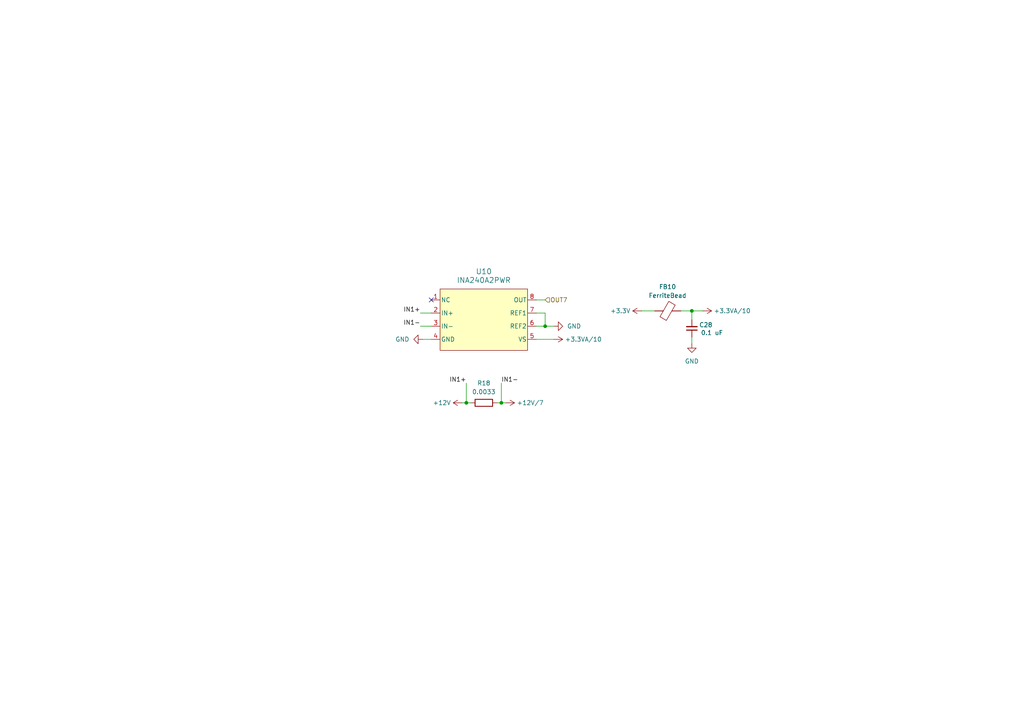
<source format=kicad_sch>
(kicad_sch (version 20231120) (generator "eeschema") (generator_version "8.0")
  (paper "A4")
  (lib_symbols
    (symbol "Device:C_Small" (pin_numbers hide) (pin_names (offset 0.254) hide)
      (property "Reference" "C" (at 0.254 1.778 0))
      (property "Value" "C_Small" (at 0.254 -2.032 0))
      (symbol "C_Small_0_1"
        (polyline (pts (xy -1.524 -0.508) (xy 1.524 -0.508)) (stroke (width 0.3302)))
        (polyline (pts (xy -1.524 0.508) (xy 1.524 0.508)) (stroke (width 0.3048)))
      )
      (symbol "C_Small_1_1"
        (pin passive line (at 0 2.54 270) (length 2.032) (name "~") (number "1"))
        (pin passive line (at 0 -2.54 90) (length 2.032) (name "~") (number "2"))
      )
    )
    (symbol "Device:FerriteBead" (pin_numbers hide) (pin_names (offset 0))
      (property "Reference" "FB" (at -3.81 0.635 90))
      (property "Value" "FerriteBead" (at 3.81 0 90))
      (symbol "FerriteBead_0_1"
        (polyline (pts (xy 0 -1.27) (xy 0 -1.2192)))
        (polyline (pts (xy 0 1.27) (xy 0 1.2954)))
        (polyline (pts (xy -2.7686 0.4064) (xy -1.7018 2.2606) (xy 2.7686 -0.3048) (xy 1.6764 -2.159) (xy -2.7686 0.4064)))
      )
      (symbol "FerriteBead_1_1"
        (pin passive line (at 0 3.81 270) (length 2.54) (name "~") (number "1"))
        (pin passive line (at 0 -3.81 90) (length 2.54) (name "~") (number "2"))
      )
    )
    (symbol "Device:R" (pin_numbers hide) (pin_names (offset 0))
      (property "Reference" "R" (at 2.032 0 90))
      (property "Value" "R" (at 0 0 90))
      (symbol "R_0_1"
        (rectangle (start -1.016 -2.54) (end 1.016 2.54) (stroke (width 0.254)))
      )
      (symbol "R_1_1"
        (pin passive line (at 0 3.81 270) (length 1.27) (name "~") (number "1"))
        (pin passive line (at 0 -3.81 90) (length 1.27) (name "~") (number "2"))
      )
    )
    (symbol "INA240A2PWR:INA240A2PWR" (pin_names (offset 0.254))
      (property "Reference" "U" (at 20.32 10.16 0))
      (property "Value" "INA240A2PWR" (at 20.32 7.62 0))
      (symbol "INA240A2PWR_1_1"
        (rectangle (start 7.62 5.08) (end 33.02 -12.7) (fill (type background)))
        (pin unspecified line (at 5.08 1.905 0) (length 2.54) (name "NC") (number "1"))
        (pin input line (at 5.08 -1.905 0) (length 2.54) (name "IN+") (number "2"))
        (pin input line (at 5.08 -5.715 0) (length 2.54) (name "IN-") (number "3"))
        (pin power_in line (at 5.08 -9.525 0) (length 2.54) (name "GND") (number "4"))
        (pin power_in line (at 35.56 -9.525 180) (length 2.54) (name "VS") (number "5"))
        (pin input line (at 35.56 -5.715 180) (length 2.54) (name "REF2") (number "6"))
        (pin input line (at 35.56 -1.905 180) (length 2.54) (name "REF1") (number "7"))
        (pin output line (at 35.56 1.905 180) (length 2.54) (name "OUT") (number "8"))
      )
    )
    (symbol "power:+12V" (power) (pin_numbers hide) (pin_names (offset 0) hide)
      (property "Value" "+12V" (at 0 3.556 0))
      (symbol "+12V_0_1"
        (polyline (pts (xy -0.762 1.27) (xy 0 2.54)))
        (polyline (pts (xy 0 0) (xy 0 2.54)))
        (polyline (pts (xy 0 2.54) (xy 0.762 1.27)))
      )
      (symbol "+12V_1_1"
        (pin power_in line (at 0 0 90) (length 0) (name "~") (number "1"))
      )
    )
    (symbol "power:+3.3V" (power) (pin_numbers hide) (pin_names (offset 0) hide)
      (property "Value" "+3.3V" (at 0 3.556 0))
      (symbol "+3.3V_0_1"
        (polyline (pts (xy -0.762 1.27) (xy 0 2.54)))
        (polyline (pts (xy 0 0) (xy 0 2.54)))
        (polyline (pts (xy 0 2.54) (xy 0.762 1.27)))
      )
      (symbol "+3.3V_1_1"
        (pin power_in line (at 0 0 90) (length 0) (name "~") (number "1"))
      )
    )
    (symbol "power:+48V" (power) (pin_numbers hide) (pin_names (offset 0) hide)
      (property "Value" "+48V" (at 0 3.556 0))
      (symbol "+48V_0_1"
        (polyline (pts (xy -0.762 1.27) (xy 0 2.54)))
        (polyline (pts (xy 0 0) (xy 0 2.54)))
        (polyline (pts (xy 0 2.54) (xy 0.762 1.27)))
      )
      (symbol "+48V_1_1"
        (pin power_in line (at 0 0 90) (length 0) (name "~") (number "1"))
      )
    )
    (symbol "power:GND" (power) (pin_numbers hide) (pin_names (offset 0) hide)
      (property "Value" "GND" (at 0 -3.81 0))
      (symbol "GND_0_1"
        (polyline (pts (xy 0 0) (xy 0 -1.27) (xy 1.27 -1.27) (xy 0 -2.54) (xy -1.27 -1.27) (xy 0 -1.27)))
      )
      (symbol "GND_1_1"
        (pin power_in line (at 0 0 270) (length 0) (name "~") (number "1"))
      )
    )
  )
  (junction (at 158.115 94.615))
  (junction (at 135.255 116.84))
  (junction (at 200.66 90.17))
  (junction (at 145.415 116.84))
  (no_connect (at 125.095 86.995))
  (wire (pts (xy 158.115 90.805) (xy 158.115 94.615)))
  (wire (pts (xy 200.66 90.17) (xy 203.835 90.17)))
  (wire (pts (xy 155.575 90.805) (xy 158.115 90.805)))
  (wire (pts (xy 122.555 98.425) (xy 125.095 98.425)))
  (wire (pts (xy 144.145 116.84) (xy 145.415 116.84)))
  (wire (pts (xy 158.115 94.615) (xy 160.655 94.615)))
  (wire (pts (xy 200.66 92.71) (xy 200.66 90.17)))
  (wire (pts (xy 121.92 90.805) (xy 125.095 90.805)))
  (wire (pts (xy 145.415 111.125) (xy 145.415 116.84)))
  (wire (pts (xy 155.575 94.615) (xy 158.115 94.615)))
  (wire (pts (xy 155.575 98.425) (xy 160.655 98.425)))
  (wire (pts (xy 135.255 116.84) (xy 136.525 116.84)))
  (wire (pts (xy 200.66 97.79) (xy 200.66 99.695)))
  (wire (pts (xy 145.415 116.84) (xy 146.685 116.84)))
  (wire (pts (xy 135.255 111.125) (xy 135.255 116.84)))
  (wire (pts (xy 121.92 94.615) (xy 125.095 94.615)))
  (wire (pts (xy 133.985 116.84) (xy 135.255 116.84)))
  (wire (pts (xy 155.575 86.995) (xy 158.115 86.995)))
  (wire (pts (xy 186.055 90.17) (xy 189.865 90.17)))
  (wire (pts (xy 200.66 90.17) (xy 197.485 90.17)))
  (label "IN1-" (at 145.415 111.125 0))
  (label "IN1+" (at 135.255 111.125 180))
  (label "IN1-" (at 121.92 94.615 180))
  (label "IN1+" (at 121.92 90.805 180))
  (hierarchical_label "OUT7" (shape input) (at 158.115 86.995 0))
  (symbol (lib_id "power:+3.3V") (at 186.055 90.17 90) (unit 1)
    (property "Reference" "#PWR089" (effects (hide yes)))
    (property "Value" "+3.3V" (at 182.88 90.1699 90) (effects (justify left)))
    (property "Description" "Power symbol creates a global label with name \"+3.3V\"" (effects (hide yes)))
  )
  (symbol (lib_id "Device:R") (at 140.335 116.84 90) (unit 1)
    (property "Reference" "R18" (at 140.335 111.125 90))
    (property "Value" "0.0033" (at 140.335 113.665 90))
    (property "Footprint" "WSLP25123L300DEA:RES_VISHAY_WSLP2512_A_VIS" (effects (hide yes)))
    (property "Datasheet" "https://www.vishay.com/docs/30122/wslp.pdf" (effects (hide yes)))
    (property "Description" "RES 0.0033 OHM 0.5% 3W 2512" (effects (hide yes)))
    (property "Mfr." "Vishay Dale" (effects (hide yes)))
    (property "Part #" "WSLP25123L300DEA" (effects (hide yes)))
    (property "Price" "$2.767" (effects (hide yes)))
    (property "Order Link" "https://www.digikey.com/en/products/detail/vishay-dale/WSLP25123L300DEA/9755540" (effects (hide yes)))
  )
  (symbol (lib_id "power:GND") (at 122.555 98.425 270) (unit 1)
    (property "Reference" "#PWR091" (effects (hide yes)))
    (property "Value" "GND" (at 118.745 98.4249 90) (effects (justify right)))
    (property "Description" "Power symbol creates a global label with name \"GND\" , ground" (effects (hide yes)))
  )
  (symbol (lib_id "power:+48V") (at 133.985 116.84 90) (unit 1)
    (property "Reference" "#PWR092" (effects (hide yes)))
    (property "Value" "+12V" (at 130.81 116.8399 90) (effects (justify left)))
    (property "Description" "Power symbol creates a global label with name \"+48V\"" (effects (hide yes)))
  )
  (symbol (lib_id "Device:FerriteBead") (at 193.675 90.17 90) (unit 1)
    (property "Reference" "FB10" (at 193.6242 83.185 90))
    (property "Value" "FerriteBead" (at 193.6242 85.725 90))
    (property "Footprint" "MPZ2012S102ATD25:BEADC2012X105N" (effects (hide yes)))
    (property "Datasheet" "https://product.tdk.com/en/system/files/dam/doc/product/emc/emc/beads/catalog/beads_automotive_power_mpz2012_en.pdf" (effects (hide yes)))
    (property "Description" "FERRITE BEAD 1 KOHM 0805 1LN" (effects (hide yes)))
    (property "Mfr." "TDK Corporation" (effects (hide yes)))
    (property "Part #" "MPZ2012S102ATD25" (effects (hide yes)))
    (property "Price" "$0.084" (effects (hide yes)))
    (property "Order Link" "https://www.digikey.com/en/products/detail/tdk-corporation/MPZ2012S102ATD25/5040327" (effects (hide yes)))
  )
  (symbol (lib_id "power:+3.3V") (at 203.835 90.17 270) (unit 1)
    (property "Reference" "#PWR096" (effects (hide yes)))
    (property "Value" "+3.3VA/10" (at 207.01 90.1699 90) (effects (justify left)))
    (property "Description" "Power symbol creates a global label with name \"+3.3V\"" (effects (hide yes)))
  )
  (symbol (lib_id "INA240A2PWR:INA240A2PWR") (at 120.015 88.9 0) (unit 1)
    (property "Reference" "U10" (at 140.335 78.74 0) (effects (font (size 1.524 1.524))))
    (property "Value" "INA240A2PWR" (at 140.335 81.28 0) (effects (font (size 1.524 1.524))))
    (property "Footprint" "INA240A2PWR:PW0008A_M" (effects (hide yes)))
    (property "Datasheet" "https://www.ti.com/lit/gpn/ina240" (effects (hide yes)))
    (property "Description" "IC CURR SENSE 1 CIRCUIT 8TSSOP" (effects (hide yes)))
    (property "Mfr." "Texas Instruments" (effects (hide yes)))
    (property "Part #" "INA240A2PWR" (effects (hide yes)))
    (property "Price" "$2.426" (effects (hide yes)))
    (property "Order Link" "https://www.digikey.com/en/products/detail/texas-instruments/INA240A2PWR/6562018" (effects (hide yes)))
  )
  (symbol (lib_id "power:GND") (at 200.66 99.695 0) (unit 1)
    (property "Reference" "#PWR090" (effects (hide yes)))
    (property "Value" "GND" (at 200.66 104.775 0))
    (property "Description" "Power symbol creates a global label with name \"GND\" , ground" (effects (hide yes)))
  )
  (symbol (lib_id "Device:C_Small") (at 200.66 95.25 180) (unit 1)
    (property "Reference" "C28" (at 204.724 94.234 0))
    (property "Value" "0.1 uF" (at 206.502 96.52 0))
    (property "Footprint" "0805 Ceramic Capacitor:CAPC2012X140N" (effects (hide yes)))
    (property "Datasheet" "https://content.kemet.com/datasheets/KEM_C1023_X7R_AUTO_SMD.pdf" (effects (hide yes)))
    (property "Description" "0.1 uF 0805 Ceramic Capacitor - Automotive, Bypass, Decoupling" (effects (hide yes)))
    (property "Mfr." "KEMET" (effects (hide yes)))
    (property "Part #" "C0805C104J5RACAUTO" (effects (hide yes)))
    (property "Price" "$0.109" (effects (hide yes)))
    (property "Order Link" "https://www.digikey.com/en/products/detail/kemet/C0805C104J5RACAUTO/3314919" (effects (hide yes)))
  )
  (symbol (lib_id "power:+12V") (at 146.685 116.84 270) (unit 1)
    (property "Reference" "#PWR093" (effects (hide yes)))
    (property "Value" "+12V/7" (at 153.797 116.84 90))
    (property "Description" "Power symbol creates a global label with name \"+12V\"" (effects (hide yes)))
  )
  (symbol (lib_id "power:GND") (at 160.655 94.615 90) (unit 1)
    (property "Reference" "#PWR094" (effects (hide yes)))
    (property "Value" "GND" (at 164.465 94.6149 90) (effects (justify right)))
    (property "Description" "Power symbol creates a global label with name \"GND\" , ground" (effects (hide yes)))
  )
  (symbol (lib_id "power:+3.3V") (at 160.655 98.425 270) (unit 1)
    (property "Reference" "#PWR095" (effects (hide yes)))
    (property "Value" "+3.3VA/10" (at 163.83 98.4249 90) (effects (justify left)))
    (property "Description" "Power symbol creates a global label with name \"+3.3V\"" (effects (hide yes)))
  )
)
</source>
